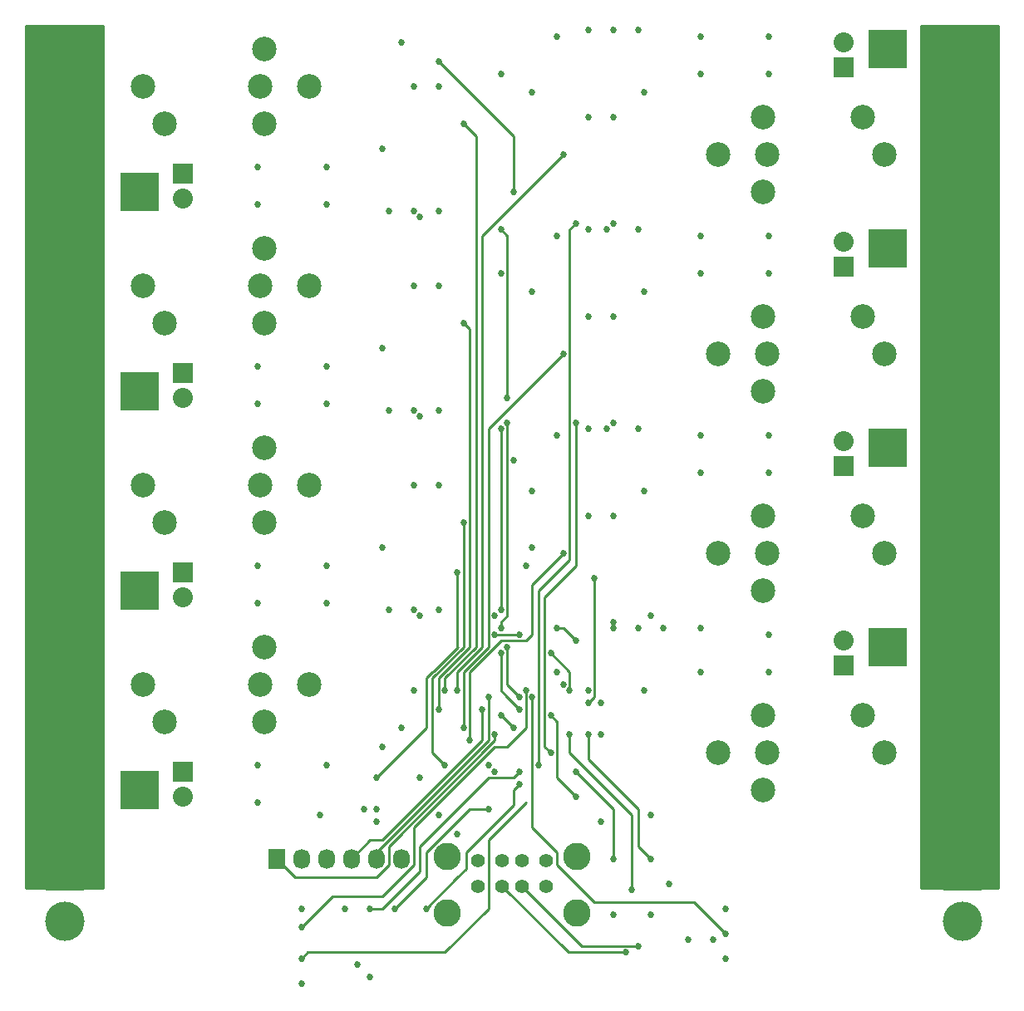
<source format=gbl>
G04 #@! TF.FileFunction,Copper,L4,Bot,Mixed*
%FSLAX46Y46*%
G04 Gerber Fmt 4.6, Leading zero omitted, Abs format (unit mm)*
G04 Created by KiCad (PCBNEW 4.0.4-stable) date 11/14/16 12:13:18*
%MOMM*%
%LPD*%
G01*
G04 APERTURE LIST*
%ADD10C,0.150000*%
%ADD11R,4.000000X4.000000*%
%ADD12C,4.000000*%
%ADD13R,1.727200X2.032000*%
%ADD14O,1.727200X2.032000*%
%ADD15R,2.032000X2.032000*%
%ADD16O,2.032000X2.032000*%
%ADD17C,1.420000*%
%ADD18C,2.800000*%
%ADD19C,2.500000*%
%ADD20C,0.685800*%
%ADD21C,0.254000*%
G04 APERTURE END LIST*
D10*
D11*
X95885000Y13335000D03*
D12*
X95885000Y8255000D03*
D13*
X26035000Y14605000D03*
D14*
X28575000Y14605000D03*
X31115000Y14605000D03*
X33655000Y14605000D03*
X36195000Y14605000D03*
X38735000Y14605000D03*
D11*
X88265000Y97155000D03*
X12065000Y82550000D03*
X88265000Y76835000D03*
X12065000Y62230000D03*
X88265000Y56515000D03*
X12065000Y41910000D03*
X88265000Y36195000D03*
X12065000Y21590000D03*
D15*
X83820000Y95250000D03*
D16*
X83820000Y97790000D03*
D15*
X16510000Y84455000D03*
D16*
X16510000Y81915000D03*
D15*
X83820000Y74930000D03*
D16*
X83820000Y77470000D03*
D15*
X16510000Y64135000D03*
D16*
X16510000Y61595000D03*
D15*
X83820000Y54610000D03*
D16*
X83820000Y57150000D03*
D15*
X16510000Y43815000D03*
D16*
X16510000Y41275000D03*
D15*
X83820000Y34290000D03*
D16*
X83820000Y36830000D03*
D15*
X16510000Y23495000D03*
D16*
X16510000Y20955000D03*
D17*
X46500000Y14470005D03*
X49000000Y14470005D03*
X51000000Y14470005D03*
X53500000Y14470005D03*
X46500000Y11850005D03*
X49000000Y11850005D03*
X51000000Y11850005D03*
X53500000Y11850005D03*
D18*
X56570000Y9140005D03*
X56570000Y14820005D03*
X43430000Y14820005D03*
X43430000Y9140005D03*
D19*
X75565000Y90170000D03*
X75565000Y82550000D03*
X85725000Y90170000D03*
X93345000Y90170000D03*
X97955000Y86360000D03*
X87955000Y86360000D03*
X75955000Y86360000D03*
X70955000Y86360000D03*
X24765000Y89535000D03*
X24765000Y97155000D03*
X14605000Y89535000D03*
X6985000Y89535000D03*
X2375000Y93345000D03*
X12375000Y93345000D03*
X24375000Y93345000D03*
X29375000Y93345000D03*
X75565000Y69850000D03*
X75565000Y62230000D03*
X85725000Y69850000D03*
X93345000Y69850000D03*
X97955000Y66040000D03*
X87955000Y66040000D03*
X75955000Y66040000D03*
X70955000Y66040000D03*
X24765000Y69215000D03*
X24765000Y76835000D03*
X14605000Y69215000D03*
X6985000Y69215000D03*
X2375000Y73025000D03*
X12375000Y73025000D03*
X24375000Y73025000D03*
X29375000Y73025000D03*
X75565000Y49530000D03*
X75565000Y41910000D03*
X85725000Y49530000D03*
X93345000Y49530000D03*
X97955000Y45720000D03*
X87955000Y45720000D03*
X75955000Y45720000D03*
X70955000Y45720000D03*
X24765000Y48895000D03*
X24765000Y56515000D03*
X14605000Y48895000D03*
X6985000Y48895000D03*
X2375000Y52705000D03*
X12375000Y52705000D03*
X24375000Y52705000D03*
X29375000Y52705000D03*
X75565000Y29210000D03*
X75565000Y21590000D03*
X85725000Y29210000D03*
X93345000Y29210000D03*
X97955000Y25400000D03*
X87955000Y25400000D03*
X75955000Y25400000D03*
X70955000Y25400000D03*
X24765000Y28575000D03*
X24765000Y36195000D03*
X14605000Y28575000D03*
X6985000Y28575000D03*
X2375000Y32385000D03*
X12375000Y32385000D03*
X24375000Y32385000D03*
X29375000Y32385000D03*
D11*
X4445000Y13335000D03*
D12*
X4445000Y8255000D03*
D20*
X54610000Y33655000D03*
X36830000Y66675000D03*
X50165000Y55245000D03*
X36830000Y26035000D03*
X36195000Y19685000D03*
X24130000Y24130000D03*
X48260000Y39370000D03*
X47625000Y24130000D03*
X63500000Y31750000D03*
X76200000Y33655000D03*
X62865000Y38100000D03*
X64135000Y8890000D03*
X67945000Y6350000D03*
X70485000Y6350000D03*
X35560000Y2540000D03*
X28575000Y9525000D03*
X33020000Y9525000D03*
X36830000Y46355000D03*
X40005000Y40005000D03*
X24130000Y44450000D03*
X59690000Y78740000D03*
X59690000Y58420000D03*
X76200000Y53975000D03*
X63500000Y52070000D03*
X24130000Y64770000D03*
X40005000Y60325000D03*
X48895000Y74295000D03*
X76200000Y74295000D03*
X63500000Y72390000D03*
X24130000Y85090000D03*
X36830000Y86995000D03*
X40005000Y80645000D03*
X76200000Y94615000D03*
X48895000Y94615000D03*
X60325000Y99060000D03*
X63500000Y92710000D03*
X59055000Y30480000D03*
X59055000Y27305000D03*
X59055000Y18415000D03*
X31115000Y81280000D03*
X31115000Y85090000D03*
X31115000Y60960000D03*
X31115000Y64770000D03*
X42545000Y73025000D03*
X40005000Y73025000D03*
X57785000Y31750000D03*
X55245000Y32385000D03*
X40640000Y39370000D03*
X42545000Y19050000D03*
X44450000Y17145000D03*
X48260000Y23495000D03*
X52070000Y52070000D03*
X40005000Y93345000D03*
X42545000Y93345000D03*
X40005000Y31750000D03*
X38735000Y27940000D03*
X40640000Y22860000D03*
X37465000Y40005000D03*
X36195000Y18415000D03*
X34925000Y19685000D03*
X31115000Y24130000D03*
X30480000Y19050000D03*
X24130000Y20320000D03*
X51435000Y44450000D03*
X52070000Y46355000D03*
X64135000Y19050000D03*
X76200000Y37465000D03*
X69215000Y33655000D03*
X69215000Y38100000D03*
X60325000Y38100000D03*
X65405000Y38100000D03*
X60325000Y38735000D03*
X64135000Y39370000D03*
X71755000Y4445000D03*
X71755000Y9525000D03*
X66040000Y12065000D03*
X60325000Y8890000D03*
X34290000Y3810000D03*
X28575000Y1905000D03*
X24130000Y40640000D03*
X31115000Y44450000D03*
X31115000Y40640000D03*
X42545000Y40005000D03*
X42545000Y52705000D03*
X40005000Y52705000D03*
X40640000Y59690000D03*
X40640000Y80010000D03*
X54610000Y57785000D03*
X57785000Y58420000D03*
X62865000Y58420000D03*
X69215000Y53975000D03*
X69215000Y57785000D03*
X76200000Y57785000D03*
X57785000Y49530000D03*
X60325000Y49530000D03*
X24130000Y60960000D03*
X37465000Y60325000D03*
X42545000Y60325000D03*
X37465000Y80645000D03*
X57785000Y69850000D03*
X60325000Y69850000D03*
X54610000Y78105000D03*
X52070000Y72390000D03*
X60325000Y59055000D03*
X69215000Y78105000D03*
X69215000Y74295000D03*
X76200000Y78105000D03*
X57785000Y78740000D03*
X62865000Y78740000D03*
X76200000Y98425000D03*
X24130000Y81280000D03*
X42545000Y80645000D03*
X38735000Y97790000D03*
X60325000Y79375000D03*
X52070000Y92710000D03*
X54610000Y98425000D03*
X57785000Y99060000D03*
X62865000Y99060000D03*
X69215000Y98425000D03*
X69215000Y94615000D03*
X60325000Y90170000D03*
X57785000Y90170000D03*
X44450000Y31750000D03*
X55245000Y86360000D03*
X43180000Y31750000D03*
X45085000Y89535000D03*
X45085000Y27940000D03*
X55245000Y66040000D03*
X42545000Y29845000D03*
X45085000Y69215000D03*
X55245000Y45720000D03*
X45720000Y26670000D03*
X45085000Y48895000D03*
X43180000Y24130000D03*
X52070000Y31115000D03*
X71755000Y6985000D03*
X57785000Y27305000D03*
X64135000Y14605000D03*
X57785000Y30480000D03*
X58420000Y43180000D03*
X48895000Y58420000D03*
X50800000Y31115000D03*
X49530000Y36195000D03*
X48895000Y40005000D03*
X53975000Y29210000D03*
X56515000Y20955000D03*
X55880000Y31750000D03*
X53975000Y35560000D03*
X48260000Y37465000D03*
X50800000Y37465000D03*
X51435000Y31750000D03*
X28575000Y7620000D03*
X28575000Y4445000D03*
X47625000Y31115000D03*
X46990000Y29845000D03*
X48260000Y27305000D03*
X47625000Y19685000D03*
X38100000Y9525000D03*
X50800000Y22225000D03*
X41275000Y9525000D03*
X50800000Y23495000D03*
X35560000Y9525000D03*
X52705000Y24130000D03*
X56515000Y79375000D03*
X48895000Y29210000D03*
X42545000Y95885000D03*
X50165000Y82550000D03*
X50165000Y27940000D03*
X53975000Y25400000D03*
X56515000Y59055000D03*
X48895000Y38100000D03*
X49530000Y59055000D03*
X49530000Y61595000D03*
X48895000Y78740000D03*
X48895000Y35560000D03*
X50800000Y29845000D03*
X62230000Y11430000D03*
X55880000Y27305000D03*
X60325000Y14605000D03*
X56515000Y23495000D03*
X61595000Y5080000D03*
X62865000Y5715000D03*
X54610000Y38100000D03*
X56515000Y36830000D03*
X44450000Y43815000D03*
X36195000Y22860000D03*
D21*
X44450000Y33020000D02*
X44450000Y33655000D01*
X44450000Y31750000D02*
X44450000Y33020000D01*
X44450000Y33655000D02*
X46990000Y36195000D01*
X46990000Y78105000D02*
X50800000Y81915000D01*
X46990000Y36195000D02*
X46990000Y78105000D01*
X55245000Y86360000D02*
X50800000Y81915000D01*
X50800000Y81915000D02*
X50165000Y81280000D01*
X43180000Y32385000D02*
X43180000Y33020000D01*
X43180000Y31750000D02*
X43180000Y32385000D01*
X43180000Y33020000D02*
X46355000Y36195000D01*
X46355000Y88265000D02*
X45085000Y89535000D01*
X46355000Y36195000D02*
X46355000Y88265000D01*
X45085000Y33020000D02*
X45085000Y33655000D01*
X45085000Y33655000D02*
X47625000Y36195000D01*
X45085000Y31115000D02*
X45085000Y33020000D01*
X45085000Y30480000D02*
X45085000Y27940000D01*
X45085000Y30480000D02*
X45085000Y31115000D01*
X47625000Y58420000D02*
X51435000Y62230000D01*
X47625000Y36195000D02*
X47625000Y58420000D01*
X55245000Y66040000D02*
X51435000Y62230000D01*
X51435000Y62230000D02*
X50800000Y61595000D01*
X42545000Y32385000D02*
X42545000Y33020000D01*
X42545000Y32385000D02*
X42545000Y29845000D01*
X42545000Y33020000D02*
X45720000Y36195000D01*
X45720000Y36195000D02*
X45720000Y68580000D01*
X45085000Y69215000D02*
X45720000Y68580000D01*
X50800000Y36830000D02*
X51435000Y36830000D01*
X52070000Y40005000D02*
X52070000Y42545000D01*
X52070000Y42545000D02*
X55245000Y45720000D01*
X48895000Y36830000D02*
X50800000Y36830000D01*
X52070000Y38100000D02*
X52070000Y40005000D01*
X45720000Y30480000D02*
X45720000Y26670000D01*
X45720000Y30480000D02*
X45720000Y32385000D01*
X45720000Y32385000D02*
X45720000Y33655000D01*
X45720000Y33655000D02*
X48895000Y36830000D01*
X52070000Y37465000D02*
X52070000Y38100000D01*
X51435000Y36830000D02*
X52070000Y37465000D01*
X45085000Y36195000D02*
X41910000Y33020000D01*
X41910000Y26035000D02*
X41910000Y25400000D01*
X45085000Y48895000D02*
X45085000Y36195000D01*
X41910000Y33020000D02*
X41910000Y29210000D01*
X41910000Y29210000D02*
X41910000Y26035000D01*
X41910000Y25400000D02*
X43180000Y24130000D01*
X52070000Y17780000D02*
X52070000Y31115000D01*
X54610000Y15240000D02*
X52070000Y17780000D01*
X54610000Y13970000D02*
X54610000Y15240000D01*
X58420000Y10160000D02*
X54610000Y13970000D01*
X68580000Y10160000D02*
X58420000Y10160000D01*
X71755000Y6985000D02*
X68580000Y10160000D01*
X57785000Y24765000D02*
X57785000Y27305000D01*
X62865000Y19685000D02*
X57785000Y24765000D01*
X62865000Y15875000D02*
X62865000Y19685000D01*
X64135000Y14605000D02*
X62865000Y15875000D01*
X57785000Y30480000D02*
X58420000Y31115000D01*
X58420000Y31115000D02*
X58420000Y43180000D01*
X48895000Y58420000D02*
X48895000Y55245000D01*
X50800000Y31115000D02*
X49530000Y32385000D01*
X49530000Y32385000D02*
X49530000Y36195000D01*
X48895000Y40005000D02*
X48895000Y55245000D01*
X54610000Y24130000D02*
X54610000Y22860000D01*
X54610000Y28575000D02*
X53975000Y29210000D01*
X54610000Y24130000D02*
X54610000Y28575000D01*
X54610000Y22860000D02*
X56515000Y20955000D01*
X55880000Y31750000D02*
X55880000Y33655000D01*
X55880000Y33655000D02*
X53975000Y35560000D01*
X50800000Y37465000D02*
X48260000Y37465000D01*
X40005000Y17780000D02*
X40005000Y13970000D01*
X51435000Y27940000D02*
X49530000Y26035000D01*
X49530000Y26035000D02*
X48260000Y26035000D01*
X48260000Y26035000D02*
X40005000Y17780000D01*
X51435000Y31750000D02*
X51435000Y27940000D01*
X31750000Y10795000D02*
X28575000Y7620000D01*
X36830000Y10795000D02*
X31750000Y10795000D01*
X40005000Y13970000D02*
X36830000Y10795000D01*
X47625000Y16510000D02*
X51435000Y20320000D01*
X47625000Y9525000D02*
X47625000Y16510000D01*
X43180000Y5080000D02*
X47625000Y9525000D01*
X29210000Y5080000D02*
X43180000Y5080000D01*
X28575000Y4445000D02*
X29210000Y5080000D01*
X36195000Y14605000D02*
X36195000Y15240000D01*
X36195000Y15240000D02*
X47625000Y26670000D01*
X47625000Y26670000D02*
X47625000Y27305000D01*
X47625000Y27305000D02*
X47625000Y31115000D01*
X43180000Y22860000D02*
X36830000Y16510000D01*
X43180000Y22860000D02*
X46990000Y26670000D01*
X46990000Y26670000D02*
X46990000Y28575000D01*
X33655000Y14605000D02*
X35560000Y16510000D01*
X46990000Y28575000D02*
X46990000Y29845000D01*
X36830000Y16510000D02*
X35560000Y16510000D01*
X37465000Y15240000D02*
X37465000Y15875000D01*
X36195000Y12700000D02*
X37465000Y13970000D01*
X37465000Y13970000D02*
X37465000Y15240000D01*
X26035000Y14605000D02*
X27940000Y12700000D01*
X27940000Y12700000D02*
X36195000Y12700000D01*
X48260000Y26670000D02*
X48260000Y27305000D01*
X37465000Y15875000D02*
X48260000Y26670000D01*
X41275000Y12700000D02*
X41275000Y15240000D01*
X45720000Y19685000D02*
X47625000Y19685000D01*
X38100000Y9525000D02*
X41275000Y12700000D01*
X43180000Y17145000D02*
X45720000Y19685000D01*
X41275000Y15240000D02*
X43180000Y17145000D01*
X50165000Y20320000D02*
X50165000Y21590000D01*
X50165000Y20066000D02*
X50165000Y20320000D01*
X44450000Y12700000D02*
X45339000Y13589000D01*
X44450000Y12700000D02*
X41275000Y9525000D01*
X45339000Y13589000D02*
X45339000Y15240000D01*
X45339000Y15240000D02*
X50165000Y20066000D01*
X50165000Y21590000D02*
X50800000Y22225000D01*
X35560000Y9525000D02*
X36830000Y9525000D01*
X50165000Y22860000D02*
X50800000Y23495000D01*
X40640000Y15240000D02*
X40640000Y15875000D01*
X48260000Y22860000D02*
X48895000Y22860000D01*
X40640000Y14605000D02*
X40640000Y15240000D01*
X47625000Y22860000D02*
X48260000Y22860000D01*
X40640000Y15875000D02*
X47625000Y22860000D01*
X48895000Y22860000D02*
X50165000Y22860000D01*
X40640000Y13335000D02*
X40640000Y14605000D01*
X36830000Y9525000D02*
X40640000Y13335000D01*
X52705000Y41910000D02*
X52705000Y24130000D01*
X55880000Y45085000D02*
X52705000Y41910000D01*
X55880000Y78740000D02*
X55880000Y45085000D01*
X56515000Y79375000D02*
X55880000Y78740000D01*
X50165000Y27940000D02*
X48895000Y29210000D01*
X49530000Y88900000D02*
X50165000Y88265000D01*
X42545000Y95885000D02*
X44450000Y93980000D01*
X44450000Y93980000D02*
X49530000Y88900000D01*
X50165000Y88265000D02*
X50165000Y82550000D01*
X53340000Y26035000D02*
X53975000Y25400000D01*
X53340000Y41275000D02*
X53340000Y26035000D01*
X56515000Y44450000D02*
X53340000Y41275000D01*
X56515000Y59055000D02*
X56515000Y44450000D01*
X49530000Y61595000D02*
X49530000Y78105000D01*
X49530000Y78105000D02*
X48895000Y78740000D01*
X48895000Y31750000D02*
X48895000Y35560000D01*
X50800000Y29845000D02*
X49530000Y31115000D01*
X49530000Y31115000D02*
X48895000Y31750000D01*
X49530000Y39370000D02*
X49530000Y59055000D01*
X48895000Y38735000D02*
X49530000Y39370000D01*
X48895000Y38100000D02*
X48895000Y38735000D01*
X62230000Y19050000D02*
X55880000Y25400000D01*
X62230000Y11430000D02*
X62230000Y19050000D01*
X55880000Y25400000D02*
X55880000Y27305000D01*
X57150000Y22860000D02*
X56515000Y23495000D01*
X60325000Y14605000D02*
X60325000Y19685000D01*
X60325000Y19685000D02*
X57150000Y22860000D01*
X49000000Y11850005D02*
X55770005Y5080000D01*
X55880000Y5080000D02*
X61595000Y5080000D01*
X55770005Y5080000D02*
X55880000Y5080000D01*
X49165000Y11740005D02*
X49219995Y11740005D01*
X51000000Y11850005D02*
X57135005Y5715000D01*
X57135005Y5715000D02*
X57150000Y5715000D01*
X57150000Y5715000D02*
X62865000Y5715000D01*
X55245000Y38100000D02*
X54610000Y38100000D01*
X56515000Y36830000D02*
X55245000Y38100000D01*
X44480130Y36164870D02*
X44450000Y36195000D01*
X36195000Y22860000D02*
X41275000Y27940000D01*
X41275000Y27940000D02*
X41275000Y33020000D01*
X41275000Y33020000D02*
X41910000Y33655000D01*
X41910000Y33655000D02*
X41970260Y33655000D01*
X41970260Y33655000D02*
X41970260Y33715260D01*
X41970260Y33715260D02*
X42030520Y33715260D01*
X42030520Y33715260D02*
X44480130Y36164870D01*
X44450000Y36195000D02*
X44450000Y43815000D01*
G36*
X99544000Y11627000D02*
X91627000Y11627000D01*
X91627000Y99544000D01*
X99544000Y99544000D01*
X99544000Y11627000D01*
X99544000Y11627000D01*
G37*
X99544000Y11627000D02*
X91627000Y11627000D01*
X91627000Y99544000D01*
X99544000Y99544000D01*
X99544000Y11627000D01*
G36*
X8373000Y11627000D02*
X456000Y11627000D01*
X456000Y99544000D01*
X8373000Y99544000D01*
X8373000Y11627000D01*
X8373000Y11627000D01*
G37*
X8373000Y11627000D02*
X456000Y11627000D01*
X456000Y99544000D01*
X8373000Y99544000D01*
X8373000Y11627000D01*
M02*

</source>
